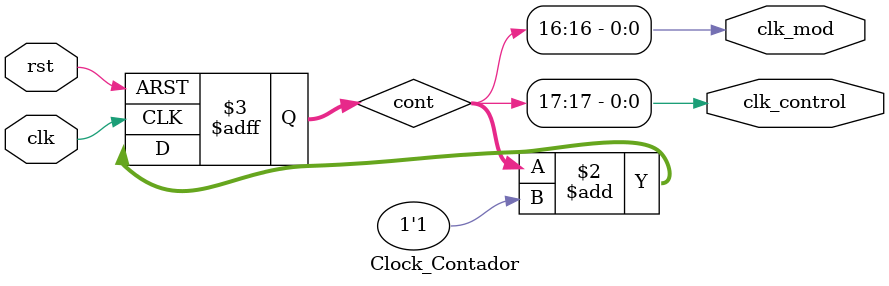
<source format=v>
`timescale 1ns / 1ps
module Clock_Contador(
    input wire clk,
	 input wire rst,
    output wire clk_mod,
	 output wire clk_control
    );
//body
reg [17:0] cont;   //inicializa una variable de 27 bits de registro


always @ (posedge clk, posedge rst)   // crea el contador con el clk interno de la fpga
begin
	if (rst) begin cont<=0; end
	else begin cont<=cont+1'b1; end
end

assign clk_mod=cont[16];          //toma las dos frecuencias seleccionadas para la operacion
assign clk_control = cont[17];    // del sistema

endmodule

</source>
